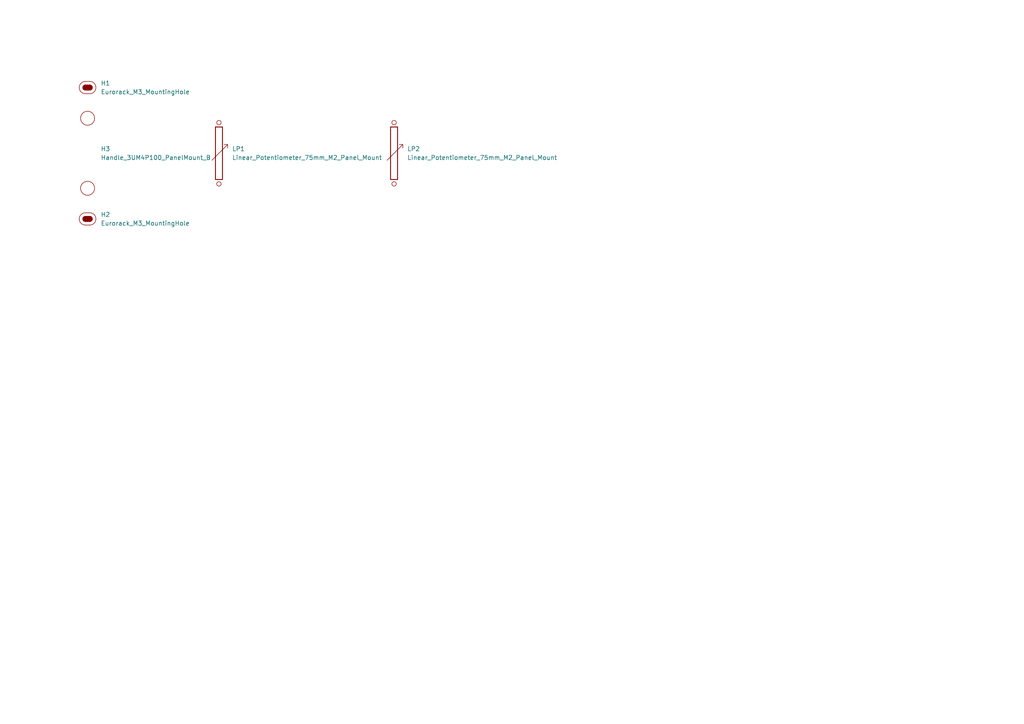
<source format=kicad_sch>
(kicad_sch (version 20250114) (generator "eeschema") (generator_version "9.0")
  (paper "A4")
  (lib_symbols
    (symbol "EXC:Eurorack_M3_MountingHole" (pin_names (offset 1.016))
      (property "Reference" "H" (at 0 5.08 0))
      (property "Value" "Eurorack_M3_MountingHole" (at 0 3.175 0))
      (symbol "Eurorack_M3_MountingHole_0_1"
        (polyline (pts (xy -0.635 0.762) (xy 0.635 0.762)))
        (circle (center -0.635 0) (radius 0.762) (fill (type outline)))
        (arc (start -0.635 -0.762) (mid -1.397 0) (end -0.635 0.762))
        (arc (start -0.635 -1.778) (mid -2.413 0) (end -0.635 1.778))
        (polyline (pts (xy -0.635 -0.762) (xy 0.635 -0.762)))
        (polyline (pts (xy -0.635 -1.778) (xy 0.635 -1.778)))
        (circle (center 0 0) (radius 0.762) (fill (type outline)))
        (polyline (pts (xy 0.635 1.778) (xy -0.635 1.778)))
        (arc (start 0.6141 1.778) (mid 2.4131 0) (end 0.6141 -1.778))
        (arc (start 0.6227 0.762) (mid 1.3971 0) (end 0.6227 -0.762))
        (circle (center 0.635 0) (radius 0.762) (fill (type outline)))
      )
    )
    (symbol "EXC:Handle_3UM4P100_B"
      (property "Reference" "H" (at 0 -3.302 0))
      (property "Value" "Handle_3UM4P100_PanelMount_B" (at 0.254 -25.4 0))
      (symbol "Handle_3UM4P100_B_0_1"
        (circle (center 0 0) (radius 2.032))
        (circle (center 0 -20.32) (radius 2.032))
      )
    )
    (symbol "EXC:Linear_Potentiometer_75mm_M2_Panel_Mount" (pin_numbers (hide yes)) (pin_names (offset 0))
      (property "Reference" "LP" (at 0 10.668 0))
      (property "Value" "Linear_Potentiometer_75mm_M2_Panel_Mount" (at -0.254 -11.176 0))
      (symbol "Linear_Potentiometer_75mm_M2_Panel_Mount_0_1"
        (rectangle (start -1.016 7.62) (end 1.016 -7.62) (stroke (width 0.254)))
        (circle (center 0 8.89) (radius 0.635))
        (circle (center 0 -8.89) (radius 0.635))
        (polyline (pts (xy 2.54 1.524) (xy 2.54 2.54) (xy 1.524 2.54) (xy 2.54 2.54) (xy -2.032 -2.032)))
      )
    )
  )
  (symbol (lib_id "EXC:Eurorack_M3_MountingHole") (at 25.4 63.5 0) (unit 1)
    (property "Reference" "H2" (at 29.21 62.2299 0) (effects (justify left)))
    (property "Value" "Eurorack_M3_MountingHole" (at 29.21 64.7699 0) (effects (justify left)))
    (property "Footprint" "EXC:MountingHole_3.2mm_M3" (effects (hide yes)))
    (property "Description" "Mounting Hole without connection" (effects (hide yes)))
  )
  (symbol (lib_id "EXC:Linear_Potentiometer_75mm_M2_Panel_Mount") (at 63.5 44.45 0) (unit 1)
    (property "Reference" "LP1" (at 67.31 43.1799 0) (effects (justify left)))
    (property "Value" "Linear_Potentiometer_75mm_M2_Panel_Mount" (at 67.31 45.7199 0) (effects (justify left)))
    (property "Footprint" "EXC:Linear_Potentiometer_75mm_M2_Panel_Mount" (effects (hide yes)))
    (property "Datasheet" "https://cdn-shop.adafruit.com/product-files/4219/4219_C11375.pdf" (effects (hide yes)))
    (property "Description" "Slide Potentiometer with Knob - 75mm Long - 10KΩ. Panel-mounted with 2x M2 screws, 71mm apart." (effects (hide yes)))
    (property "Source" "https://www.adafruit.com/product/4219" (effects (hide yes)))
  )
  (symbol (lib_id "EXC:Handle_3UM4P100_B") (at 25.4 34.29 0) (unit 1)
    (property "Reference" "H3" (at 29.21 43.1799 0) (effects (justify left)))
    (property "Value" "Handle_3UM4P100_PanelMount_B" (at 29.21 45.7199 0) (effects (justify left)))
    (property "Footprint" "EXC:Handle_3UM4P100_B" (effects (hide yes)))
    (property "Datasheet" "https://ae-pic-a1.aliexpress-media.com/kf/Sad31a7a115c54e08a124ccf5d0f4e5e8r.jpg_960x960q75.jpg" (effects (hide yes)))
    (property "Description" "The part of the handle that has the holes for the screws' heads" (effects (hide yes)))
    (property "Source" "https://www.aliexpress.com/item/1005007166949940.html" (effects (hide yes)))
  )
  (symbol (lib_id "EXC:Eurorack_M3_MountingHole") (at 25.4 25.4 0) (unit 1)
    (property "Reference" "H1" (at 29.21 24.1299 0) (effects (justify left)))
    (property "Value" "Eurorack_M3_MountingHole" (at 29.21 26.6699 0) (effects (justify left)))
    (property "Footprint" "EXC:MountingHole_3.2mm_M3" (effects (hide yes)))
    (property "Description" "Mounting Hole without connection" (effects (hide yes)))
  )
  (symbol (lib_id "EXC:Linear_Potentiometer_75mm_M2_Panel_Mount") (at 114.3 44.45 0) (unit 1)
    (property "Reference" "LP2" (at 118.11 43.1799 0) (effects (justify left)))
    (property "Value" "Linear_Potentiometer_75mm_M2_Panel_Mount" (at 118.11 45.7199 0) (effects (justify left)))
    (property "Footprint" "EXC:Linear_Potentiometer_75mm_M2_Panel_Mount" (effects (hide yes)))
    (property "Datasheet" "https://cdn-shop.adafruit.com/product-files/4219/4219_C11375.pdf" (effects (hide yes)))
    (property "Description" "Slide Potentiometer with Knob - 75mm Long - 10KΩ. Panel-mounted with 2x M2 screws, 71mm apart." (effects (hide yes)))
    (property "Source" "https://www.adafruit.com/product/4219" (effects (hide yes)))
  )
)
</source>
